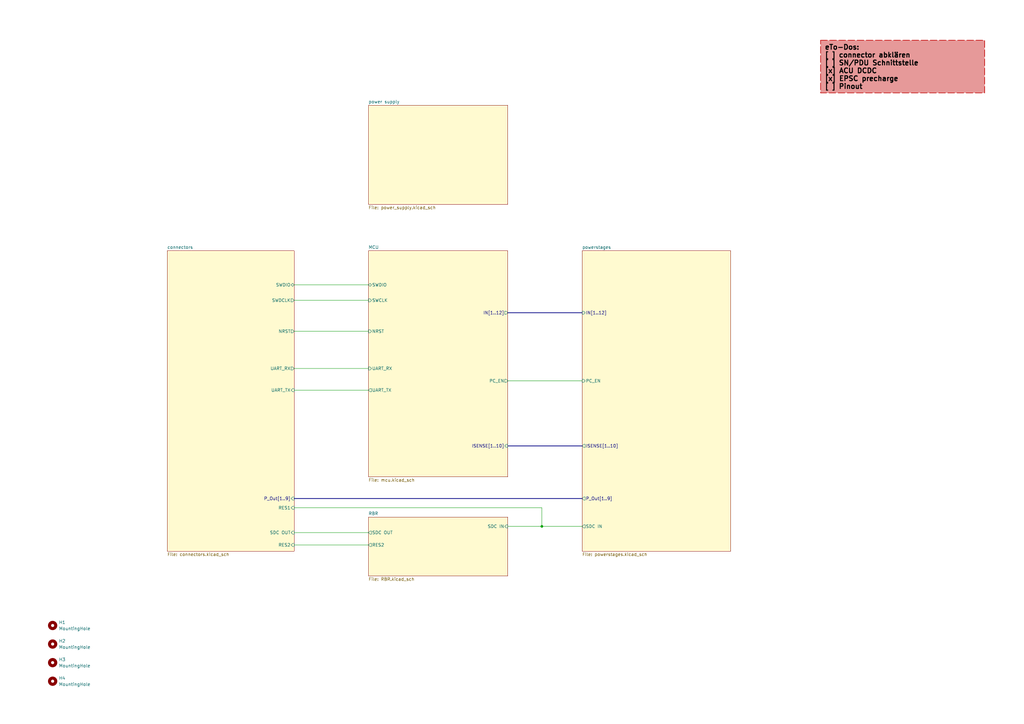
<source format=kicad_sch>
(kicad_sch (version 20231120) (generator "eeschema") (generator_version "8.0")
  (paper "A3")
  (title_block (title "PDU FT25") (date "2024-11-18") (rev "V1.0") (company "Janek Herm") (comment 1 "FaSTTUBe Electronics"))
  (lib_symbols
    (symbol "Mechanical:MountingHole" (pin_names (offset 1.016))
      (property "Reference" "H" (at 0 5.08 0))
      (property "Value" "MountingHole" (at 0 3.175 0))
      (symbol "MountingHole_0_1"
        (circle (center 0 0) (radius 1.27) (stroke (width 1.27)))
      )
    )
  )
  (junction (at 222.25 215.9))
  (wire (pts (xy 208.28 215.9) (xy 222.25 215.9)))
  (wire (pts (xy 120.65 160.02) (xy 151.13 160.02)))
  (bus (pts (xy 208.28 128.27) (xy 238.76 128.27)))
  (wire (pts (xy 208.28 156.21) (xy 238.76 156.21)))
  (wire (pts (xy 222.25 215.9) (xy 238.76 215.9)))
  (wire (pts (xy 120.65 208.28) (xy 222.25 208.28)))
  (wire (pts (xy 120.65 135.89) (xy 151.13 135.89)))
  (wire (pts (xy 222.25 208.28) (xy 222.25 215.9)))
  (wire (pts (xy 120.65 116.84) (xy 151.13 116.84)))
  (wire (pts (xy 120.65 123.19) (xy 151.13 123.19)))
  (bus (pts (xy 208.28 182.88) (xy 238.76 182.88)))
  (wire (pts (xy 120.65 151.13) (xy 151.13 151.13)))
  (wire (pts (xy 120.65 218.44) (xy 151.13 218.44)))
  (bus (pts (xy 120.65 204.47) (xy 238.76 204.47)))
  (wire (pts (xy 120.65 223.52) (xy 151.13 223.52)))
  (text_box "eTo-Dos:\n[ ] connector abklären\n[ ] SN/PDU Schnittstelle\n[x] ACU DCDC\n[x] EPSC precharge\n[ ] Pinout" (at 336.55 16.51 0) (size 67.31 21.59) (stroke (width 0.25) (type dash) (color 194 0 0 1)) (fill (type color) (color 194 0 0 0.4)) (effects (font (size 2 2) (thickness 0.4) (bold yes)) (justify left top)))
  (symbol (lib_id "Mechanical:MountingHole") (at 21.59 271.78 0) (unit 1)
    (property "Reference" "H3" (at 24.13 270.5099 0) (effects (justify left)))
    (property "Value" "MountingHole" (at 24.13 273.0499 0) (effects (justify left)))
    (property "Footprint" "MountingHole:MountingHole_4.3mm_M4" (effects (hide yes)))
  )
  (symbol (lib_id "Mechanical:MountingHole") (at 21.59 279.4 0) (unit 1)
    (property "Reference" "H4" (at 24.13 278.1299 0) (effects (justify left)))
    (property "Value" "MountingHole" (at 24.13 280.6699 0) (effects (justify left)))
    (property "Footprint" "MountingHole:MountingHole_4.3mm_M4" (effects (hide yes)))
  )
  (symbol (lib_id "Mechanical:MountingHole") (at 21.59 264.16 0) (unit 1)
    (property "Reference" "H2" (at 24.13 262.8899 0) (effects (justify left)))
    (property "Value" "MountingHole" (at 24.13 265.4299 0) (effects (justify left)))
    (property "Footprint" "MountingHole:MountingHole_4.3mm_M4" (effects (hide yes)))
  )
  (symbol (lib_id "Mechanical:MountingHole") (at 21.59 256.54 0) (unit 1)
    (property "Reference" "H1" (at 24.13 255.2699 0) (effects (justify left)))
    (property "Value" "MountingHole" (at 24.13 257.8099 0) (effects (justify left)))
    (property "Footprint" "MountingHole:MountingHole_4.3mm_M4" (effects (hide yes)))
  )
  (sheet (at 151.13 102.87) (size 57.15 92.71) (stroke (width 0.1524)) (fill (color 255 250 208 1.0000))
    (property "Sheetname" "MCU" (at 151.13 102.1584 0) (effects (justify left bottom)))
    (property "Sheetfile" "mcu.kicad_sch" (at 151.13 196.1646 0) (effects (justify left top)))
    (pin "NRST" input (at 151.13 135.89 180))
    (pin "UART_TX" output (at 151.13 160.02 180))
    (pin "UART_RX" input (at 151.13 151.13 180))
    (pin "SWCLK" input (at 151.13 123.19 180))
    (pin "SWDIO" bidirectional (at 151.13 116.84 180))
    (pin "ISENSE[1..10]" input (at 208.28 182.88 0))
    (pin "IN[1..12]" output (at 208.28 128.27 0))
    (pin "PC_EN" output (at 208.28 156.21 0))
  )
  (sheet (at 151.13 43.18) (size 57.15 40.64) (stroke (width 0.1524)) (fill (color 255 250 208 1.0000))
    (property "Sheetname" "power supply" (at 151.13 42.4684 0) (effects (justify left bottom)))
    (property "Sheetfile" "power_supply.kicad_sch" (at 151.13 84.4046 0) (effects (justify left top)))
  )
  (sheet (at 238.76 102.87) (size 60.96 123.19) (stroke (width 0.1524)) (fill (color 255 250 208 1.0000))
    (property "Sheetname" "powerstages" (at 238.76 102.1584 0) (effects (justify left bottom)))
    (property "Sheetfile" "powerstages.kicad_sch" (at 238.76 226.6446 0) (effects (justify left top)))
    (pin "ISENSE[1..10]" output (at 238.76 182.88 180))
    (pin "IN[1..12]" input (at 238.76 128.27 180))
    (pin "P_Out[1..9]" output (at 238.76 204.47 180))
    (pin "SDC IN" output (at 238.76 215.9 180))
    (pin "PC_EN" input (at 238.76 156.21 180))
  )
  (sheet (at 151.13 212.09) (size 57.15 24.13) (stroke (width 0.1524)) (fill (color 255 250 208 1.0000))
    (property "Sheetname" "RBR" (at 151.13 211.3784 0) (effects (justify left bottom)))
    (property "Sheetfile" "RBR.kicad_sch" (at 151.13 236.8046 0) (effects (justify left top)))
    (pin "SDC IN" input (at 208.28 215.9 0))
    (pin "SDC OUT" output (at 151.13 218.44 180))
    (pin "RES2" output (at 151.13 223.52 180))
  )
  (sheet (at 68.58 102.87) (size 52.07 123.19) (stroke (width 0.1524)) (fill (color 255 250 208 1.0000))
    (property "Sheetname" "connectors" (at 68.58 102.1584 0) (effects (justify left bottom)))
    (property "Sheetfile" "connectors.kicad_sch" (at 68.58 226.6446 0) (effects (justify left top)))
    (pin "UART_TX" input (at 120.65 160.02 0))
    (pin "UART_RX" output (at 120.65 151.13 0))
    (pin "NRST" output (at 120.65 135.89 0))
    (pin "SWDCLK" output (at 120.65 123.19 0))
    (pin "SWDIO" bidirectional (at 120.65 116.84 0))
    (pin "P_Out[1..9]" input (at 120.65 204.47 0))
    (pin "SDC OUT" input (at 120.65 218.44 0))
    (pin "RES2" input (at 120.65 223.52 0))
    (pin "RES1" input (at 120.65 208.28 0))
  )
)
</source>
